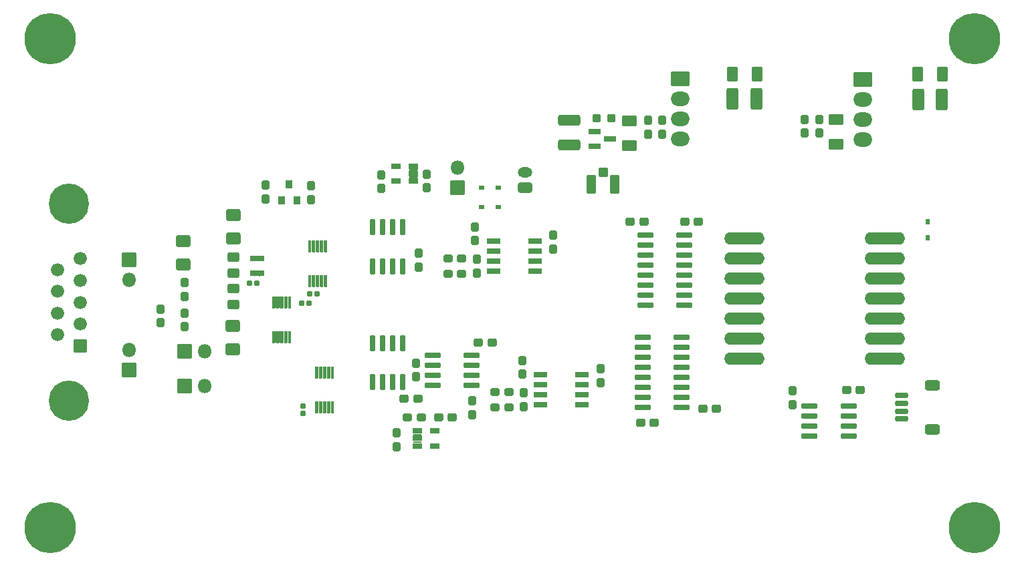
<source format=gbr>
%TF.GenerationSoftware,KiCad,Pcbnew,(6.0.4-0)*%
%TF.CreationDate,2022-07-06T09:33:38-06:00*%
%TF.ProjectId,sq_lockin_v5,73715f6c-6f63-46b6-996e-5f76352e6b69,rev?*%
%TF.SameCoordinates,Original*%
%TF.FileFunction,Soldermask,Top*%
%TF.FilePolarity,Negative*%
%FSLAX46Y46*%
G04 Gerber Fmt 4.6, Leading zero omitted, Abs format (unit mm)*
G04 Created by KiCad (PCBNEW (6.0.4-0)) date 2022-07-06 09:33:38*
%MOMM*%
%LPD*%
G01*
G04 APERTURE LIST*
G04 Aperture macros list*
%AMRoundRect*
0 Rectangle with rounded corners*
0 $1 Rounding radius*
0 $2 $3 $4 $5 $6 $7 $8 $9 X,Y pos of 4 corners*
0 Add a 4 corners polygon primitive as box body*
4,1,4,$2,$3,$4,$5,$6,$7,$8,$9,$2,$3,0*
0 Add four circle primitives for the rounded corners*
1,1,$1+$1,$2,$3*
1,1,$1+$1,$4,$5*
1,1,$1+$1,$6,$7*
1,1,$1+$1,$8,$9*
0 Add four rect primitives between the rounded corners*
20,1,$1+$1,$2,$3,$4,$5,0*
20,1,$1+$1,$4,$5,$6,$7,0*
20,1,$1+$1,$6,$7,$8,$9,0*
20,1,$1+$1,$8,$9,$2,$3,0*%
G04 Aperture macros list end*
%ADD10RoundRect,0.301001X0.624999X-0.462499X0.624999X0.462499X-0.624999X0.462499X-0.624999X-0.462499X0*%
%ADD11RoundRect,0.301000X-0.450000X0.325000X-0.450000X-0.325000X0.450000X-0.325000X0.450000X0.325000X0*%
%ADD12RoundRect,0.288500X-0.237500X0.287500X-0.237500X-0.287500X0.237500X-0.287500X0.237500X0.287500X0*%
%ADD13RoundRect,0.051000X0.850000X-0.850000X0.850000X0.850000X-0.850000X0.850000X-0.850000X-0.850000X0*%
%ADD14O,1.802000X1.802000*%
%ADD15RoundRect,0.288500X0.237500X-0.287500X0.237500X0.287500X-0.237500X0.287500X-0.237500X-0.287500X0*%
%ADD16RoundRect,0.051000X0.530000X0.325000X-0.530000X0.325000X-0.530000X-0.325000X0.530000X-0.325000X0*%
%ADD17RoundRect,0.301000X0.625000X-0.350000X0.625000X0.350000X-0.625000X0.350000X-0.625000X-0.350000X0*%
%ADD18O,1.852000X1.302000*%
%ADD19RoundRect,0.051000X0.850000X0.850000X-0.850000X0.850000X-0.850000X-0.850000X0.850000X-0.850000X0*%
%ADD20C,5.102000*%
%ADD21RoundRect,0.051000X-0.787500X0.787500X-0.787500X-0.787500X0.787500X-0.787500X0.787500X0.787500X0*%
%ADD22C,1.677000*%
%ADD23RoundRect,0.051000X0.400000X-0.450000X0.400000X0.450000X-0.400000X0.450000X-0.400000X-0.450000X0*%
%ADD24RoundRect,0.288500X0.287500X0.237500X-0.287500X0.237500X-0.287500X-0.237500X0.287500X-0.237500X0*%
%ADD25RoundRect,0.288500X0.237500X-0.300000X0.237500X0.300000X-0.237500X0.300000X-0.237500X-0.300000X0*%
%ADD26RoundRect,0.288500X-0.237500X0.300000X-0.237500X-0.300000X0.237500X-0.300000X0.237500X0.300000X0*%
%ADD27RoundRect,0.201000X-0.675000X-0.150000X0.675000X-0.150000X0.675000X0.150000X-0.675000X0.150000X0*%
%ADD28RoundRect,0.051000X-0.850000X-0.850000X0.850000X-0.850000X0.850000X0.850000X-0.850000X0.850000X0*%
%ADD29RoundRect,0.288500X-0.300000X-0.237500X0.300000X-0.237500X0.300000X0.237500X-0.300000X0.237500X0*%
%ADD30RoundRect,0.288500X0.300000X0.237500X-0.300000X0.237500X-0.300000X-0.237500X0.300000X-0.237500X0*%
%ADD31RoundRect,0.201000X-0.825000X-0.150000X0.825000X-0.150000X0.825000X0.150000X-0.825000X0.150000X0*%
%ADD32RoundRect,0.051000X-0.300000X-0.225000X0.300000X-0.225000X0.300000X0.225000X-0.300000X0.225000X0*%
%ADD33RoundRect,0.201000X-0.150000X0.825000X-0.150000X-0.825000X0.150000X-0.825000X0.150000X0.825000X0*%
%ADD34RoundRect,0.051000X-0.530000X-0.325000X0.530000X-0.325000X0.530000X0.325000X-0.530000X0.325000X0*%
%ADD35RoundRect,0.301001X-0.462499X-1.074999X0.462499X-1.074999X0.462499X1.074999X-0.462499X1.074999X0*%
%ADD36RoundRect,0.301000X0.650000X-0.412500X0.650000X0.412500X-0.650000X0.412500X-0.650000X-0.412500X0*%
%ADD37RoundRect,0.051000X-1.125000X0.875000X-1.125000X-0.875000X1.125000X-0.875000X1.125000X0.875000X0*%
%ADD38O,2.352000X1.852000*%
%ADD39C,6.502000*%
%ADD40RoundRect,0.201000X0.625000X-0.150000X0.625000X0.150000X-0.625000X0.150000X-0.625000X-0.150000X0*%
%ADD41RoundRect,0.301000X0.650000X-0.350000X0.650000X0.350000X-0.650000X0.350000X-0.650000X-0.350000X0*%
%ADD42O,5.102000X1.602000*%
%ADD43RoundRect,0.191000X0.170000X-0.140000X0.170000X0.140000X-0.170000X0.140000X-0.170000X-0.140000X0*%
%ADD44RoundRect,0.191000X0.140000X0.170000X-0.140000X0.170000X-0.140000X-0.170000X0.140000X-0.170000X0*%
%ADD45RoundRect,0.051000X-0.500000X0.525000X-0.500000X-0.525000X0.500000X-0.525000X0.500000X0.525000X0*%
%ADD46RoundRect,0.051000X-0.525000X1.100000X-0.525000X-1.100000X0.525000X-1.100000X0.525000X1.100000X0*%
%ADD47RoundRect,0.051000X-0.150000X0.700000X-0.150000X-0.700000X0.150000X-0.700000X0.150000X0.700000X0*%
%ADD48RoundRect,0.051000X-0.200000X0.325000X-0.200000X-0.325000X0.200000X-0.325000X0.200000X0.325000X0*%
%ADD49RoundRect,0.201000X-0.587500X-0.150000X0.587500X-0.150000X0.587500X0.150000X-0.587500X0.150000X0*%
%ADD50RoundRect,0.191000X-0.140000X-0.170000X0.140000X-0.170000X0.140000X0.170000X-0.140000X0.170000X0*%
%ADD51RoundRect,0.201000X0.825000X0.150000X-0.825000X0.150000X-0.825000X-0.150000X0.825000X-0.150000X0*%
%ADD52RoundRect,0.301000X0.412500X0.650000X-0.412500X0.650000X-0.412500X-0.650000X0.412500X-0.650000X0*%
%ADD53RoundRect,0.288500X0.250000X0.237500X-0.250000X0.237500X-0.250000X-0.237500X0.250000X-0.237500X0*%
%ADD54RoundRect,0.301000X-1.100000X0.412500X-1.100000X-0.412500X1.100000X-0.412500X1.100000X0.412500X0*%
%ADD55RoundRect,0.051000X0.150000X-0.700000X0.150000X0.700000X-0.150000X0.700000X-0.150000X-0.700000X0*%
%ADD56RoundRect,0.051000X0.225000X-0.300000X0.225000X0.300000X-0.225000X0.300000X-0.225000X-0.300000X0*%
G04 APERTURE END LIST*
D10*
%TO.C,R1*%
X137200000Y-79300000D03*
X137200000Y-76325000D03*
%TD*%
%TO.C,R5*%
X130900000Y-82600000D03*
X130900000Y-79625000D03*
%TD*%
%TO.C,R4*%
X137100000Y-93400000D03*
X137100000Y-90425000D03*
%TD*%
D11*
%TO.C,R2*%
X137175000Y-81675000D03*
X137175000Y-83725000D03*
%TD*%
D12*
%TO.C,R6*%
X131000000Y-88750000D03*
X131000000Y-90500000D03*
%TD*%
D13*
%TO.C,J6*%
X131000000Y-93600000D03*
D14*
X133540000Y-93600000D03*
%TD*%
D15*
%TO.C,C2*%
X161700000Y-72900000D03*
X161700000Y-71150000D03*
%TD*%
%TO.C,C3*%
X155900000Y-73000000D03*
X155900000Y-71250000D03*
%TD*%
D16*
%TO.C,U2*%
X160000000Y-72050000D03*
X160000000Y-71100000D03*
X160000000Y-70150000D03*
X157800000Y-70150000D03*
X157800000Y-72050000D03*
%TD*%
D17*
%TO.C,J9*%
X174100000Y-72900000D03*
D18*
X174100000Y-70900000D03*
%TD*%
D19*
%TO.C,J10*%
X165600000Y-72900000D03*
D14*
X165600000Y-70360000D03*
%TD*%
D15*
%TO.C,R7*%
X131000000Y-86675000D03*
X131000000Y-84925000D03*
%TD*%
D11*
%TO.C,R3*%
X137200000Y-85650000D03*
X137200000Y-87700000D03*
%TD*%
D13*
%TO.C,J11*%
X131000000Y-98000000D03*
D14*
X133540000Y-98000000D03*
%TD*%
D15*
%TO.C,C4*%
X141300000Y-74300000D03*
X141300000Y-72550000D03*
%TD*%
%TO.C,C6*%
X147000000Y-74400000D03*
X147000000Y-72650000D03*
%TD*%
D20*
%TO.C,J2*%
X116400000Y-74900000D03*
X116400000Y-99900000D03*
D21*
X117820000Y-92920000D03*
D22*
X117820000Y-90160000D03*
X117820000Y-87400000D03*
X117820000Y-84640000D03*
X117820000Y-81880000D03*
X114980000Y-91540000D03*
X114980000Y-88780000D03*
X114980000Y-86020000D03*
X114980000Y-83260000D03*
%TD*%
D12*
%TO.C,R8*%
X128000000Y-88250000D03*
X128000000Y-90000000D03*
%TD*%
D23*
%TO.C,U3*%
X143320000Y-74475000D03*
X145220000Y-74475000D03*
X144270000Y-72475000D03*
%TD*%
D24*
%TO.C,R14*%
X166100000Y-83760000D03*
X164350000Y-83760000D03*
%TD*%
D25*
%TO.C,C19*%
X168000000Y-83697500D03*
X168000000Y-81972500D03*
%TD*%
%TO.C,C20*%
X167800000Y-79597500D03*
X167800000Y-77872500D03*
%TD*%
D26*
%TO.C,C21*%
X177700000Y-78922500D03*
X177700000Y-80647500D03*
%TD*%
D24*
%TO.C,R13*%
X166100000Y-81860000D03*
X164350000Y-81860000D03*
%TD*%
D27*
%TO.C,U15*%
X170125000Y-79675000D03*
X170125000Y-80945000D03*
X170125000Y-82215000D03*
X170125000Y-83485000D03*
X175375000Y-83485000D03*
X175375000Y-82215000D03*
X175375000Y-80945000D03*
X175375000Y-79675000D03*
%TD*%
D25*
%TO.C,C23*%
X173775000Y-96527500D03*
X173775000Y-94802500D03*
%TD*%
%TO.C,C22*%
X173975000Y-100627500D03*
X173975000Y-98902500D03*
%TD*%
D24*
%TO.C,R16*%
X172075000Y-100690000D03*
X170325000Y-100690000D03*
%TD*%
%TO.C,R15*%
X172075000Y-98790000D03*
X170325000Y-98790000D03*
%TD*%
D26*
%TO.C,C24*%
X183675000Y-95852500D03*
X183675000Y-97577500D03*
%TD*%
D27*
%TO.C,U16*%
X176100000Y-96605000D03*
X176100000Y-97875000D03*
X176100000Y-99145000D03*
X176100000Y-100415000D03*
X181350000Y-100415000D03*
X181350000Y-99145000D03*
X181350000Y-97875000D03*
X181350000Y-96605000D03*
%TD*%
D28*
%TO.C,J3*%
X124000000Y-82000000D03*
D14*
X124000000Y-84540000D03*
%TD*%
D19*
%TO.C,J4*%
X124000000Y-96000000D03*
D14*
X124000000Y-93460000D03*
%TD*%
D29*
%TO.C,C16*%
X158837500Y-99660000D03*
X160562500Y-99660000D03*
%TD*%
D30*
%TO.C,C17*%
X169962500Y-92500000D03*
X168237500Y-92500000D03*
%TD*%
D12*
%TO.C,R9*%
X160300000Y-95125000D03*
X160300000Y-96875000D03*
%TD*%
D15*
%TO.C,R10*%
X167400000Y-101635000D03*
X167400000Y-99885000D03*
%TD*%
D24*
%TO.C,R11*%
X160975000Y-101960000D03*
X159225000Y-101960000D03*
%TD*%
D12*
%TO.C,R12*%
X157900000Y-103985000D03*
X157900000Y-105735000D03*
%TD*%
D31*
%TO.C,U13*%
X162425000Y-94155000D03*
X162425000Y-95425000D03*
X162425000Y-96695000D03*
X162425000Y-97965000D03*
X167375000Y-97965000D03*
X167375000Y-96695000D03*
X167375000Y-95425000D03*
X167375000Y-94155000D03*
%TD*%
D29*
%TO.C,C18*%
X163162500Y-101960000D03*
X164887500Y-101960000D03*
%TD*%
D32*
%TO.C,D1*%
X168650000Y-75300000D03*
X170750000Y-75300000D03*
%TD*%
%TO.C,D2*%
X168650000Y-72900000D03*
X170750000Y-72900000D03*
%TD*%
D33*
%TO.C,U11*%
X158605000Y-77885000D03*
X157335000Y-77885000D03*
X156065000Y-77885000D03*
X154795000Y-77885000D03*
X154795000Y-82835000D03*
X156065000Y-82835000D03*
X157335000Y-82835000D03*
X158605000Y-82835000D03*
%TD*%
D25*
%TO.C,C15*%
X160700000Y-82922500D03*
X160700000Y-81197500D03*
%TD*%
D33*
%TO.C,U12*%
X158605000Y-92585000D03*
X157335000Y-92585000D03*
X156065000Y-92585000D03*
X154795000Y-92585000D03*
X154795000Y-97535000D03*
X156065000Y-97535000D03*
X157335000Y-97535000D03*
X158605000Y-97535000D03*
%TD*%
D34*
%TO.C,U14*%
X160500000Y-103710000D03*
X160500000Y-104660000D03*
X160500000Y-105610000D03*
X162700000Y-105610000D03*
X162700000Y-103710000D03*
%TD*%
D35*
%TO.C,L1*%
X200412500Y-61600000D03*
X203387500Y-61600000D03*
%TD*%
D36*
%TO.C,C28*%
X213500000Y-67362500D03*
X213500000Y-64237500D03*
%TD*%
D37*
%TO.C,PS2*%
X216900000Y-59160000D03*
D38*
X216900000Y-61700000D03*
X216900000Y-64240000D03*
X216900000Y-66780000D03*
%TD*%
D39*
%TO.C,H2*%
X114000000Y-54000000D03*
%TD*%
D40*
%TO.C,J12*%
X221800000Y-102200000D03*
X221800000Y-101200000D03*
X221800000Y-100200000D03*
X221800000Y-99200000D03*
D41*
X225675000Y-97900000D03*
X225675000Y-103500000D03*
%TD*%
D42*
%TO.C,U5*%
X201910000Y-79280000D03*
X201910000Y-81820000D03*
X201910000Y-84360000D03*
X201910000Y-86900000D03*
X201910000Y-89440000D03*
X201910000Y-91980000D03*
X201910000Y-94520000D03*
X219690000Y-94520000D03*
X219690000Y-91980000D03*
X219690000Y-89440000D03*
X219690000Y-86900000D03*
X219690000Y-84360000D03*
X219690000Y-81820000D03*
X219690000Y-79280000D03*
%TD*%
D43*
%TO.C,C14*%
X146000000Y-101480000D03*
X146000000Y-100520000D03*
%TD*%
D29*
%TO.C,C10*%
X187437500Y-77200000D03*
X189162500Y-77200000D03*
%TD*%
D44*
%TO.C,C1*%
X140180000Y-85000000D03*
X139220000Y-85000000D03*
%TD*%
D29*
%TO.C,C11*%
X194337500Y-77200000D03*
X196062500Y-77200000D03*
%TD*%
D45*
%TO.C,J13*%
X184000000Y-70950000D03*
D46*
X182525000Y-72475000D03*
X185475000Y-72475000D03*
%TD*%
D47*
%TO.C,U8*%
X144300000Y-87400000D03*
X143800000Y-87400000D03*
X143300000Y-87400000D03*
X142800000Y-87400000D03*
X142300000Y-87400000D03*
X142300000Y-91800000D03*
X142800000Y-91800000D03*
X143300000Y-91800000D03*
X143800000Y-91800000D03*
X144300000Y-91800000D03*
%TD*%
D48*
%TO.C,U1*%
X140850000Y-81850000D03*
X140200000Y-81850000D03*
X139550000Y-81850000D03*
X139550000Y-83750000D03*
X140200000Y-83750000D03*
X140850000Y-83750000D03*
%TD*%
D31*
%TO.C,U6*%
X210125000Y-100565000D03*
X210125000Y-101835000D03*
X210125000Y-103105000D03*
X210125000Y-104375000D03*
X215075000Y-104375000D03*
X215075000Y-103105000D03*
X215075000Y-101835000D03*
X215075000Y-100565000D03*
%TD*%
D37*
%TO.C,PS1*%
X193757500Y-59092500D03*
D38*
X193757500Y-61632500D03*
X193757500Y-64172500D03*
X193757500Y-66712500D03*
%TD*%
D29*
%TO.C,C5*%
X188737500Y-102700000D03*
X190462500Y-102700000D03*
%TD*%
D49*
%TO.C,Q1*%
X182965000Y-65757500D03*
X182965000Y-67657500D03*
X184840000Y-66707500D03*
%TD*%
D50*
%TO.C,C12*%
X145820000Y-87500000D03*
X146780000Y-87500000D03*
%TD*%
D51*
%TO.C,U4*%
X193975000Y-100745000D03*
X193975000Y-99475000D03*
X193975000Y-98205000D03*
X193975000Y-96935000D03*
X193975000Y-95665000D03*
X193975000Y-94395000D03*
X193975000Y-93125000D03*
X193975000Y-91855000D03*
X189025000Y-91855000D03*
X189025000Y-93125000D03*
X189025000Y-94395000D03*
X189025000Y-95665000D03*
X189025000Y-96935000D03*
X189025000Y-98205000D03*
X189025000Y-99475000D03*
X189025000Y-100745000D03*
%TD*%
D29*
%TO.C,C7*%
X196637500Y-100900000D03*
X198362500Y-100900000D03*
%TD*%
D39*
%TO.C,H4*%
X114000000Y-116000000D03*
%TD*%
D50*
%TO.C,C13*%
X146820000Y-86300000D03*
X147780000Y-86300000D03*
%TD*%
D26*
%TO.C,C32*%
X209500000Y-64237500D03*
X209500000Y-65962500D03*
%TD*%
D52*
%TO.C,C25*%
X203462500Y-58500000D03*
X200337500Y-58500000D03*
%TD*%
D53*
%TO.C,R17*%
X185015000Y-64107500D03*
X183190000Y-64107500D03*
%TD*%
D54*
%TO.C,C33*%
X179702500Y-64345000D03*
X179702500Y-67470000D03*
%TD*%
D26*
%TO.C,C29*%
X189702500Y-64345000D03*
X189702500Y-66070000D03*
%TD*%
D55*
%TO.C,U9*%
X146900000Y-84700000D03*
X147400000Y-84700000D03*
X147900000Y-84700000D03*
X148400000Y-84700000D03*
X148900000Y-84700000D03*
X148900000Y-80300000D03*
X148400000Y-80300000D03*
X147900000Y-80300000D03*
X147400000Y-80300000D03*
X146900000Y-80300000D03*
%TD*%
D25*
%TO.C,C8*%
X208000000Y-100362500D03*
X208000000Y-98637500D03*
%TD*%
D39*
%TO.C,H1*%
X231000000Y-116000000D03*
%TD*%
D26*
%TO.C,C31*%
X191502500Y-64345000D03*
X191502500Y-66070000D03*
%TD*%
D52*
%TO.C,C26*%
X226962500Y-58500000D03*
X223837500Y-58500000D03*
%TD*%
D56*
%TO.C,D3*%
X225100000Y-79250000D03*
X225100000Y-77150000D03*
%TD*%
D55*
%TO.C,U10*%
X147700000Y-100700000D03*
X148200000Y-100700000D03*
X148700000Y-100700000D03*
X149200000Y-100700000D03*
X149700000Y-100700000D03*
X149700000Y-96300000D03*
X149200000Y-96300000D03*
X148700000Y-96300000D03*
X148200000Y-96300000D03*
X147700000Y-96300000D03*
%TD*%
D35*
%TO.C,L2*%
X223912500Y-61700000D03*
X226887500Y-61700000D03*
%TD*%
D36*
%TO.C,C27*%
X187352500Y-67570000D03*
X187352500Y-64445000D03*
%TD*%
D31*
%TO.C,U7*%
X189325000Y-78915000D03*
X189325000Y-80185000D03*
X189325000Y-81455000D03*
X189325000Y-82725000D03*
X189325000Y-83995000D03*
X189325000Y-85265000D03*
X189325000Y-86535000D03*
X189325000Y-87805000D03*
X194275000Y-87805000D03*
X194275000Y-86535000D03*
X194275000Y-85265000D03*
X194275000Y-83995000D03*
X194275000Y-82725000D03*
X194275000Y-81455000D03*
X194275000Y-80185000D03*
X194275000Y-78915000D03*
%TD*%
D26*
%TO.C,C30*%
X211400000Y-64237500D03*
X211400000Y-65962500D03*
%TD*%
D29*
%TO.C,C9*%
X214837500Y-98500000D03*
X216562500Y-98500000D03*
%TD*%
D39*
%TO.C,H3*%
X231000000Y-54000000D03*
%TD*%
G36*
X161046668Y-105031665D02*
G01*
X161047058Y-105033627D01*
X161046699Y-105034267D01*
X161003511Y-105085946D01*
X160994880Y-105154661D01*
X161024844Y-105217291D01*
X161045682Y-105235348D01*
X161046336Y-105237238D01*
X161045026Y-105238749D01*
X161043982Y-105238821D01*
X161029801Y-105236000D01*
X159970199Y-105236000D01*
X159955226Y-105238978D01*
X159953332Y-105238335D01*
X159952942Y-105236373D01*
X159953301Y-105235733D01*
X159996489Y-105184054D01*
X160005120Y-105115339D01*
X159975156Y-105052709D01*
X159954318Y-105034652D01*
X159953664Y-105032762D01*
X159954974Y-105031251D01*
X159956018Y-105031179D01*
X159970199Y-105034000D01*
X161029801Y-105034000D01*
X161044774Y-105031022D01*
X161046668Y-105031665D01*
G37*
G36*
X161046668Y-104081665D02*
G01*
X161047058Y-104083627D01*
X161046699Y-104084267D01*
X161003511Y-104135946D01*
X160994880Y-104204661D01*
X161024844Y-104267291D01*
X161045682Y-104285348D01*
X161046336Y-104287238D01*
X161045026Y-104288749D01*
X161043982Y-104288821D01*
X161029801Y-104286000D01*
X159970199Y-104286000D01*
X159955226Y-104288978D01*
X159953332Y-104288335D01*
X159952942Y-104286373D01*
X159953301Y-104285733D01*
X159996489Y-104234054D01*
X160005120Y-104165339D01*
X159975156Y-104102709D01*
X159954318Y-104084652D01*
X159953664Y-104082762D01*
X159954974Y-104081251D01*
X159956018Y-104081179D01*
X159970199Y-104084000D01*
X161029801Y-104084000D01*
X161044774Y-104081022D01*
X161046668Y-104081665D01*
G37*
G36*
X149514633Y-99963517D02*
G01*
X149515197Y-99965436D01*
X149514916Y-99966075D01*
X149504767Y-99981263D01*
X149501000Y-100000199D01*
X149501000Y-101399801D01*
X149504767Y-101418738D01*
X149514814Y-101433773D01*
X149514945Y-101435768D01*
X149513282Y-101436880D01*
X149512553Y-101436793D01*
X149452212Y-101417898D01*
X149387310Y-101436955D01*
X149385367Y-101436483D01*
X149384803Y-101434564D01*
X149385084Y-101433925D01*
X149395233Y-101418737D01*
X149399000Y-101399801D01*
X149399000Y-100000199D01*
X149395233Y-99981262D01*
X149385186Y-99966227D01*
X149385055Y-99964232D01*
X149386718Y-99963120D01*
X149387447Y-99963207D01*
X149447788Y-99982102D01*
X149512690Y-99963045D01*
X149514633Y-99963517D01*
G37*
G36*
X149014633Y-99963517D02*
G01*
X149015197Y-99965436D01*
X149014916Y-99966075D01*
X149004767Y-99981263D01*
X149001000Y-100000199D01*
X149001000Y-101399801D01*
X149004767Y-101418738D01*
X149014814Y-101433773D01*
X149014945Y-101435768D01*
X149013282Y-101436880D01*
X149012553Y-101436793D01*
X148952212Y-101417898D01*
X148887310Y-101436955D01*
X148885367Y-101436483D01*
X148884803Y-101434564D01*
X148885084Y-101433925D01*
X148895233Y-101418737D01*
X148899000Y-101399801D01*
X148899000Y-100000199D01*
X148895233Y-99981262D01*
X148885186Y-99966227D01*
X148885055Y-99964232D01*
X148886718Y-99963120D01*
X148887447Y-99963207D01*
X148947788Y-99982102D01*
X149012690Y-99963045D01*
X149014633Y-99963517D01*
G37*
G36*
X148514633Y-99963517D02*
G01*
X148515197Y-99965436D01*
X148514916Y-99966075D01*
X148504767Y-99981263D01*
X148501000Y-100000199D01*
X148501000Y-101399801D01*
X148504767Y-101418738D01*
X148514814Y-101433773D01*
X148514945Y-101435768D01*
X148513282Y-101436880D01*
X148512553Y-101436793D01*
X148452212Y-101417898D01*
X148387310Y-101436955D01*
X148385367Y-101436483D01*
X148384803Y-101434564D01*
X148385084Y-101433925D01*
X148395233Y-101418737D01*
X148399000Y-101399801D01*
X148399000Y-100000199D01*
X148395233Y-99981262D01*
X148385186Y-99966227D01*
X148385055Y-99964232D01*
X148386718Y-99963120D01*
X148387447Y-99963207D01*
X148447788Y-99982102D01*
X148512690Y-99963045D01*
X148514633Y-99963517D01*
G37*
G36*
X148014633Y-99963517D02*
G01*
X148015197Y-99965436D01*
X148014916Y-99966075D01*
X148004767Y-99981263D01*
X148001000Y-100000199D01*
X148001000Y-101399801D01*
X148004767Y-101418738D01*
X148014814Y-101433773D01*
X148014945Y-101435768D01*
X148013282Y-101436880D01*
X148012553Y-101436793D01*
X147952212Y-101417898D01*
X147887310Y-101436955D01*
X147885367Y-101436483D01*
X147884803Y-101434564D01*
X147885084Y-101433925D01*
X147895233Y-101418737D01*
X147899000Y-101399801D01*
X147899000Y-100000199D01*
X147895233Y-99981262D01*
X147885186Y-99966227D01*
X147885055Y-99964232D01*
X147886718Y-99963120D01*
X147887447Y-99963207D01*
X147947788Y-99982102D01*
X148012690Y-99963045D01*
X148014633Y-99963517D01*
G37*
G36*
X148014633Y-95563517D02*
G01*
X148015197Y-95565436D01*
X148014916Y-95566075D01*
X148004767Y-95581263D01*
X148001000Y-95600199D01*
X148001000Y-96999801D01*
X148004767Y-97018738D01*
X148014814Y-97033773D01*
X148014945Y-97035768D01*
X148013282Y-97036880D01*
X148012553Y-97036793D01*
X147952212Y-97017898D01*
X147887310Y-97036955D01*
X147885367Y-97036483D01*
X147884803Y-97034564D01*
X147885084Y-97033925D01*
X147895233Y-97018737D01*
X147899000Y-96999801D01*
X147899000Y-95600199D01*
X147895233Y-95581262D01*
X147885186Y-95566227D01*
X147885055Y-95564232D01*
X147886718Y-95563120D01*
X147887447Y-95563207D01*
X147947788Y-95582102D01*
X148012690Y-95563045D01*
X148014633Y-95563517D01*
G37*
G36*
X149514633Y-95563517D02*
G01*
X149515197Y-95565436D01*
X149514916Y-95566075D01*
X149504767Y-95581263D01*
X149501000Y-95600199D01*
X149501000Y-96999801D01*
X149504767Y-97018738D01*
X149514814Y-97033773D01*
X149514945Y-97035768D01*
X149513282Y-97036880D01*
X149512553Y-97036793D01*
X149452212Y-97017898D01*
X149387310Y-97036955D01*
X149385367Y-97036483D01*
X149384803Y-97034564D01*
X149385084Y-97033925D01*
X149395233Y-97018737D01*
X149399000Y-96999801D01*
X149399000Y-95600199D01*
X149395233Y-95581262D01*
X149385186Y-95566227D01*
X149385055Y-95564232D01*
X149386718Y-95563120D01*
X149387447Y-95563207D01*
X149447788Y-95582102D01*
X149512690Y-95563045D01*
X149514633Y-95563517D01*
G37*
G36*
X149014633Y-95563517D02*
G01*
X149015197Y-95565436D01*
X149014916Y-95566075D01*
X149004767Y-95581263D01*
X149001000Y-95600199D01*
X149001000Y-96999801D01*
X149004767Y-97018738D01*
X149014814Y-97033773D01*
X149014945Y-97035768D01*
X149013282Y-97036880D01*
X149012553Y-97036793D01*
X148952212Y-97017898D01*
X148887310Y-97036955D01*
X148885367Y-97036483D01*
X148884803Y-97034564D01*
X148885084Y-97033925D01*
X148895233Y-97018737D01*
X148899000Y-96999801D01*
X148899000Y-95600199D01*
X148895233Y-95581262D01*
X148885186Y-95566227D01*
X148885055Y-95564232D01*
X148886718Y-95563120D01*
X148887447Y-95563207D01*
X148947788Y-95582102D01*
X149012690Y-95563045D01*
X149014633Y-95563517D01*
G37*
G36*
X148514633Y-95563517D02*
G01*
X148515197Y-95565436D01*
X148514916Y-95566075D01*
X148504767Y-95581263D01*
X148501000Y-95600199D01*
X148501000Y-96999801D01*
X148504767Y-97018738D01*
X148514814Y-97033773D01*
X148514945Y-97035768D01*
X148513282Y-97036880D01*
X148512553Y-97036793D01*
X148452212Y-97017898D01*
X148387310Y-97036955D01*
X148385367Y-97036483D01*
X148384803Y-97034564D01*
X148385084Y-97033925D01*
X148395233Y-97018737D01*
X148399000Y-96999801D01*
X148399000Y-95600199D01*
X148395233Y-95581262D01*
X148385186Y-95566227D01*
X148385055Y-95564232D01*
X148386718Y-95563120D01*
X148387447Y-95563207D01*
X148447788Y-95582102D01*
X148512690Y-95563045D01*
X148514633Y-95563517D01*
G37*
G36*
X143114633Y-91063517D02*
G01*
X143115197Y-91065436D01*
X143114916Y-91066075D01*
X143104767Y-91081263D01*
X143101000Y-91100199D01*
X143101000Y-92499801D01*
X143104767Y-92518738D01*
X143114814Y-92533773D01*
X143114945Y-92535768D01*
X143113282Y-92536880D01*
X143112553Y-92536793D01*
X143052212Y-92517898D01*
X142987310Y-92536955D01*
X142985367Y-92536483D01*
X142984803Y-92534564D01*
X142985084Y-92533925D01*
X142995233Y-92518737D01*
X142999000Y-92499801D01*
X142999000Y-91100199D01*
X142995233Y-91081262D01*
X142985186Y-91066227D01*
X142985055Y-91064232D01*
X142986718Y-91063120D01*
X142987447Y-91063207D01*
X143047788Y-91082102D01*
X143112690Y-91063045D01*
X143114633Y-91063517D01*
G37*
G36*
X144114633Y-91063517D02*
G01*
X144115197Y-91065436D01*
X144114916Y-91066075D01*
X144104767Y-91081263D01*
X144101000Y-91100199D01*
X144101000Y-92499801D01*
X144104767Y-92518738D01*
X144114814Y-92533773D01*
X144114945Y-92535768D01*
X144113282Y-92536880D01*
X144112553Y-92536793D01*
X144052212Y-92517898D01*
X143987310Y-92536955D01*
X143985367Y-92536483D01*
X143984803Y-92534564D01*
X143985084Y-92533925D01*
X143995233Y-92518737D01*
X143999000Y-92499801D01*
X143999000Y-91100199D01*
X143995233Y-91081262D01*
X143985186Y-91066227D01*
X143985055Y-91064232D01*
X143986718Y-91063120D01*
X143987447Y-91063207D01*
X144047788Y-91082102D01*
X144112690Y-91063045D01*
X144114633Y-91063517D01*
G37*
G36*
X143614633Y-91063517D02*
G01*
X143615197Y-91065436D01*
X143614916Y-91066075D01*
X143604767Y-91081263D01*
X143601000Y-91100199D01*
X143601000Y-92499801D01*
X143604767Y-92518738D01*
X143614814Y-92533773D01*
X143614945Y-92535768D01*
X143613282Y-92536880D01*
X143612553Y-92536793D01*
X143552212Y-92517898D01*
X143487310Y-92536955D01*
X143485367Y-92536483D01*
X143484803Y-92534564D01*
X143485084Y-92533925D01*
X143495233Y-92518737D01*
X143499000Y-92499801D01*
X143499000Y-91100199D01*
X143495233Y-91081262D01*
X143485186Y-91066227D01*
X143485055Y-91064232D01*
X143486718Y-91063120D01*
X143487447Y-91063207D01*
X143547788Y-91082102D01*
X143612690Y-91063045D01*
X143614633Y-91063517D01*
G37*
G36*
X142614633Y-91063517D02*
G01*
X142615197Y-91065436D01*
X142614916Y-91066075D01*
X142604767Y-91081263D01*
X142601000Y-91100199D01*
X142601000Y-92499801D01*
X142604767Y-92518738D01*
X142614814Y-92533773D01*
X142614945Y-92535768D01*
X142613282Y-92536880D01*
X142612553Y-92536793D01*
X142552212Y-92517898D01*
X142487310Y-92536955D01*
X142485367Y-92536483D01*
X142484803Y-92534564D01*
X142485084Y-92533925D01*
X142495233Y-92518737D01*
X142499000Y-92499801D01*
X142499000Y-91100199D01*
X142495233Y-91081262D01*
X142485186Y-91066227D01*
X142485055Y-91064232D01*
X142486718Y-91063120D01*
X142487447Y-91063207D01*
X142547788Y-91082102D01*
X142612690Y-91063045D01*
X142614633Y-91063517D01*
G37*
G36*
X142614633Y-86663517D02*
G01*
X142615197Y-86665436D01*
X142614916Y-86666075D01*
X142604767Y-86681263D01*
X142601000Y-86700199D01*
X142601000Y-88099801D01*
X142604767Y-88118738D01*
X142614814Y-88133773D01*
X142614945Y-88135768D01*
X142613282Y-88136880D01*
X142612553Y-88136793D01*
X142552212Y-88117898D01*
X142487310Y-88136955D01*
X142485367Y-88136483D01*
X142484803Y-88134564D01*
X142485084Y-88133925D01*
X142495233Y-88118737D01*
X142499000Y-88099801D01*
X142499000Y-86700199D01*
X142495233Y-86681262D01*
X142485186Y-86666227D01*
X142485055Y-86664232D01*
X142486718Y-86663120D01*
X142487447Y-86663207D01*
X142547788Y-86682102D01*
X142612690Y-86663045D01*
X142614633Y-86663517D01*
G37*
G36*
X144114633Y-86663517D02*
G01*
X144115197Y-86665436D01*
X144114916Y-86666075D01*
X144104767Y-86681263D01*
X144101000Y-86700199D01*
X144101000Y-88099801D01*
X144104767Y-88118738D01*
X144114814Y-88133773D01*
X144114945Y-88135768D01*
X144113282Y-88136880D01*
X144112553Y-88136793D01*
X144052212Y-88117898D01*
X143987310Y-88136955D01*
X143985367Y-88136483D01*
X143984803Y-88134564D01*
X143985084Y-88133925D01*
X143995233Y-88118737D01*
X143999000Y-88099801D01*
X143999000Y-86700199D01*
X143995233Y-86681262D01*
X143985186Y-86666227D01*
X143985055Y-86664232D01*
X143986718Y-86663120D01*
X143987447Y-86663207D01*
X144047788Y-86682102D01*
X144112690Y-86663045D01*
X144114633Y-86663517D01*
G37*
G36*
X143114633Y-86663517D02*
G01*
X143115197Y-86665436D01*
X143114916Y-86666075D01*
X143104767Y-86681263D01*
X143101000Y-86700199D01*
X143101000Y-88099801D01*
X143104767Y-88118738D01*
X143114814Y-88133773D01*
X143114945Y-88135768D01*
X143113282Y-88136880D01*
X143112553Y-88136793D01*
X143052212Y-88117898D01*
X142987310Y-88136955D01*
X142985367Y-88136483D01*
X142984803Y-88134564D01*
X142985084Y-88133925D01*
X142995233Y-88118737D01*
X142999000Y-88099801D01*
X142999000Y-86700199D01*
X142995233Y-86681262D01*
X142985186Y-86666227D01*
X142985055Y-86664232D01*
X142986718Y-86663120D01*
X142987447Y-86663207D01*
X143047788Y-86682102D01*
X143112690Y-86663045D01*
X143114633Y-86663517D01*
G37*
G36*
X143614633Y-86663517D02*
G01*
X143615197Y-86665436D01*
X143614916Y-86666075D01*
X143604767Y-86681263D01*
X143601000Y-86700199D01*
X143601000Y-88099801D01*
X143604767Y-88118738D01*
X143614814Y-88133773D01*
X143614945Y-88135768D01*
X143613282Y-88136880D01*
X143612553Y-88136793D01*
X143552212Y-88117898D01*
X143487310Y-88136955D01*
X143485367Y-88136483D01*
X143484803Y-88134564D01*
X143485084Y-88133925D01*
X143495233Y-88118737D01*
X143499000Y-88099801D01*
X143499000Y-86700199D01*
X143495233Y-86681262D01*
X143485186Y-86666227D01*
X143485055Y-86664232D01*
X143486718Y-86663120D01*
X143487447Y-86663207D01*
X143547788Y-86682102D01*
X143612690Y-86663045D01*
X143614633Y-86663517D01*
G37*
G36*
X147214633Y-83963517D02*
G01*
X147215197Y-83965436D01*
X147214916Y-83966075D01*
X147204767Y-83981263D01*
X147201000Y-84000199D01*
X147201000Y-85399801D01*
X147204767Y-85418738D01*
X147214814Y-85433773D01*
X147214945Y-85435768D01*
X147213282Y-85436880D01*
X147212553Y-85436793D01*
X147152212Y-85417898D01*
X147087310Y-85436955D01*
X147085367Y-85436483D01*
X147084803Y-85434564D01*
X147085084Y-85433925D01*
X147095233Y-85418737D01*
X147099000Y-85399801D01*
X147099000Y-84000199D01*
X147095233Y-83981262D01*
X147085186Y-83966227D01*
X147085055Y-83964232D01*
X147086718Y-83963120D01*
X147087447Y-83963207D01*
X147147788Y-83982102D01*
X147212690Y-83963045D01*
X147214633Y-83963517D01*
G37*
G36*
X148214633Y-83963517D02*
G01*
X148215197Y-83965436D01*
X148214916Y-83966075D01*
X148204767Y-83981263D01*
X148201000Y-84000199D01*
X148201000Y-85399801D01*
X148204767Y-85418738D01*
X148214814Y-85433773D01*
X148214945Y-85435768D01*
X148213282Y-85436880D01*
X148212553Y-85436793D01*
X148152212Y-85417898D01*
X148087310Y-85436955D01*
X148085367Y-85436483D01*
X148084803Y-85434564D01*
X148085084Y-85433925D01*
X148095233Y-85418737D01*
X148099000Y-85399801D01*
X148099000Y-84000199D01*
X148095233Y-83981262D01*
X148085186Y-83966227D01*
X148085055Y-83964232D01*
X148086718Y-83963120D01*
X148087447Y-83963207D01*
X148147788Y-83982102D01*
X148212690Y-83963045D01*
X148214633Y-83963517D01*
G37*
G36*
X148714633Y-83963517D02*
G01*
X148715197Y-83965436D01*
X148714916Y-83966075D01*
X148704767Y-83981263D01*
X148701000Y-84000199D01*
X148701000Y-85399801D01*
X148704767Y-85418738D01*
X148714814Y-85433773D01*
X148714945Y-85435768D01*
X148713282Y-85436880D01*
X148712553Y-85436793D01*
X148652212Y-85417898D01*
X148587310Y-85436955D01*
X148585367Y-85436483D01*
X148584803Y-85434564D01*
X148585084Y-85433925D01*
X148595233Y-85418737D01*
X148599000Y-85399801D01*
X148599000Y-84000199D01*
X148595233Y-83981262D01*
X148585186Y-83966227D01*
X148585055Y-83964232D01*
X148586718Y-83963120D01*
X148587447Y-83963207D01*
X148647788Y-83982102D01*
X148712690Y-83963045D01*
X148714633Y-83963517D01*
G37*
G36*
X147714633Y-83963517D02*
G01*
X147715197Y-83965436D01*
X147714916Y-83966075D01*
X147704767Y-83981263D01*
X147701000Y-84000199D01*
X147701000Y-85399801D01*
X147704767Y-85418738D01*
X147714814Y-85433773D01*
X147714945Y-85435768D01*
X147713282Y-85436880D01*
X147712553Y-85436793D01*
X147652212Y-85417898D01*
X147587310Y-85436955D01*
X147585367Y-85436483D01*
X147584803Y-85434564D01*
X147585084Y-85433925D01*
X147595233Y-85418737D01*
X147599000Y-85399801D01*
X147599000Y-84000199D01*
X147595233Y-83981262D01*
X147585186Y-83966227D01*
X147585055Y-83964232D01*
X147586718Y-83963120D01*
X147587447Y-83963207D01*
X147647788Y-83982102D01*
X147712690Y-83963045D01*
X147714633Y-83963517D01*
G37*
G36*
X139790660Y-83392493D02*
G01*
X139804452Y-83401709D01*
X139805615Y-83399969D01*
X139807409Y-83399084D01*
X139808560Y-83399545D01*
X139825952Y-83414078D01*
X139894670Y-83422704D01*
X139942288Y-83399918D01*
X139944282Y-83400072D01*
X139944814Y-83400611D01*
X139945548Y-83401709D01*
X139959340Y-83392493D01*
X139961336Y-83392362D01*
X139962447Y-83394025D01*
X139962114Y-83395267D01*
X139954767Y-83406262D01*
X139951000Y-83425199D01*
X139951000Y-84074801D01*
X139954767Y-84093738D01*
X139962114Y-84104733D01*
X139962245Y-84106729D01*
X139960582Y-84107840D01*
X139959340Y-84107507D01*
X139945548Y-84098291D01*
X139944385Y-84100031D01*
X139942591Y-84100916D01*
X139941440Y-84100455D01*
X139924048Y-84085922D01*
X139855330Y-84077296D01*
X139807712Y-84100082D01*
X139805718Y-84099928D01*
X139805186Y-84099389D01*
X139804452Y-84098291D01*
X139790660Y-84107507D01*
X139788664Y-84107638D01*
X139787553Y-84105975D01*
X139787886Y-84104733D01*
X139795233Y-84093738D01*
X139799000Y-84074801D01*
X139799000Y-83425199D01*
X139795233Y-83406262D01*
X139787886Y-83395267D01*
X139787755Y-83393271D01*
X139789418Y-83392160D01*
X139790660Y-83392493D01*
G37*
G36*
X140440660Y-83392493D02*
G01*
X140454452Y-83401709D01*
X140455615Y-83399969D01*
X140457409Y-83399084D01*
X140458560Y-83399545D01*
X140475952Y-83414078D01*
X140544670Y-83422704D01*
X140592288Y-83399918D01*
X140594282Y-83400072D01*
X140594814Y-83400611D01*
X140595548Y-83401709D01*
X140609340Y-83392493D01*
X140611336Y-83392362D01*
X140612447Y-83394025D01*
X140612114Y-83395267D01*
X140604767Y-83406262D01*
X140601000Y-83425199D01*
X140601000Y-84074801D01*
X140604767Y-84093738D01*
X140612114Y-84104733D01*
X140612245Y-84106729D01*
X140610582Y-84107840D01*
X140609340Y-84107507D01*
X140595548Y-84098291D01*
X140594385Y-84100031D01*
X140592591Y-84100916D01*
X140591440Y-84100455D01*
X140574048Y-84085922D01*
X140505330Y-84077296D01*
X140457712Y-84100082D01*
X140455718Y-84099928D01*
X140455186Y-84099389D01*
X140454452Y-84098291D01*
X140440660Y-84107507D01*
X140438664Y-84107638D01*
X140437553Y-84105975D01*
X140437886Y-84104733D01*
X140445233Y-84093738D01*
X140449000Y-84074801D01*
X140449000Y-83425199D01*
X140445233Y-83406262D01*
X140437886Y-83395267D01*
X140437755Y-83393271D01*
X140439418Y-83392160D01*
X140440660Y-83392493D01*
G37*
G36*
X139790660Y-81492493D02*
G01*
X139804452Y-81501709D01*
X139805615Y-81499969D01*
X139807409Y-81499084D01*
X139808560Y-81499545D01*
X139825952Y-81514078D01*
X139894670Y-81522704D01*
X139942288Y-81499918D01*
X139944282Y-81500072D01*
X139944814Y-81500611D01*
X139945548Y-81501709D01*
X139959340Y-81492493D01*
X139961336Y-81492362D01*
X139962447Y-81494025D01*
X139962114Y-81495267D01*
X139954767Y-81506262D01*
X139951000Y-81525199D01*
X139951000Y-82174801D01*
X139954767Y-82193738D01*
X139962114Y-82204733D01*
X139962245Y-82206729D01*
X139960582Y-82207840D01*
X139959340Y-82207507D01*
X139945548Y-82198291D01*
X139944385Y-82200031D01*
X139942591Y-82200916D01*
X139941440Y-82200455D01*
X139924048Y-82185922D01*
X139855330Y-82177296D01*
X139807712Y-82200082D01*
X139805718Y-82199928D01*
X139805186Y-82199389D01*
X139804452Y-82198291D01*
X139790660Y-82207507D01*
X139788664Y-82207638D01*
X139787553Y-82205975D01*
X139787886Y-82204733D01*
X139795233Y-82193738D01*
X139799000Y-82174801D01*
X139799000Y-81525199D01*
X139795233Y-81506262D01*
X139787886Y-81495267D01*
X139787755Y-81493271D01*
X139789418Y-81492160D01*
X139790660Y-81492493D01*
G37*
G36*
X140440660Y-81492493D02*
G01*
X140454452Y-81501709D01*
X140455615Y-81499969D01*
X140457409Y-81499084D01*
X140458560Y-81499545D01*
X140475952Y-81514078D01*
X140544670Y-81522704D01*
X140592288Y-81499918D01*
X140594282Y-81500072D01*
X140594814Y-81500611D01*
X140595548Y-81501709D01*
X140609340Y-81492493D01*
X140611336Y-81492362D01*
X140612447Y-81494025D01*
X140612114Y-81495267D01*
X140604767Y-81506262D01*
X140601000Y-81525199D01*
X140601000Y-82174801D01*
X140604767Y-82193738D01*
X140612114Y-82204733D01*
X140612245Y-82206729D01*
X140610582Y-82207840D01*
X140609340Y-82207507D01*
X140595548Y-82198291D01*
X140594385Y-82200031D01*
X140592591Y-82200916D01*
X140591440Y-82200455D01*
X140574048Y-82185922D01*
X140505330Y-82177296D01*
X140457712Y-82200082D01*
X140455718Y-82199928D01*
X140455186Y-82199389D01*
X140454452Y-82198291D01*
X140440660Y-82207507D01*
X140438664Y-82207638D01*
X140437553Y-82205975D01*
X140437886Y-82204733D01*
X140445233Y-82193738D01*
X140449000Y-82174801D01*
X140449000Y-81525199D01*
X140445233Y-81506262D01*
X140437886Y-81495267D01*
X140437755Y-81493271D01*
X140439418Y-81492160D01*
X140440660Y-81492493D01*
G37*
G36*
X148214633Y-79563517D02*
G01*
X148215197Y-79565436D01*
X148214916Y-79566075D01*
X148204767Y-79581263D01*
X148201000Y-79600199D01*
X148201000Y-80999801D01*
X148204767Y-81018738D01*
X148214814Y-81033773D01*
X148214945Y-81035768D01*
X148213282Y-81036880D01*
X148212553Y-81036793D01*
X148152212Y-81017898D01*
X148087310Y-81036955D01*
X148085367Y-81036483D01*
X148084803Y-81034564D01*
X148085084Y-81033925D01*
X148095233Y-81018737D01*
X148099000Y-80999801D01*
X148099000Y-79600199D01*
X148095233Y-79581262D01*
X148085186Y-79566227D01*
X148085055Y-79564232D01*
X148086718Y-79563120D01*
X148087447Y-79563207D01*
X148147788Y-79582102D01*
X148212690Y-79563045D01*
X148214633Y-79563517D01*
G37*
G36*
X147214633Y-79563517D02*
G01*
X147215197Y-79565436D01*
X147214916Y-79566075D01*
X147204767Y-79581263D01*
X147201000Y-79600199D01*
X147201000Y-80999801D01*
X147204767Y-81018738D01*
X147214814Y-81033773D01*
X147214945Y-81035768D01*
X147213282Y-81036880D01*
X147212553Y-81036793D01*
X147152212Y-81017898D01*
X147087310Y-81036955D01*
X147085367Y-81036483D01*
X147084803Y-81034564D01*
X147085084Y-81033925D01*
X147095233Y-81018737D01*
X147099000Y-80999801D01*
X147099000Y-79600199D01*
X147095233Y-79581262D01*
X147085186Y-79566227D01*
X147085055Y-79564232D01*
X147086718Y-79563120D01*
X147087447Y-79563207D01*
X147147788Y-79582102D01*
X147212690Y-79563045D01*
X147214633Y-79563517D01*
G37*
G36*
X148714633Y-79563517D02*
G01*
X148715197Y-79565436D01*
X148714916Y-79566075D01*
X148704767Y-79581263D01*
X148701000Y-79600199D01*
X148701000Y-80999801D01*
X148704767Y-81018738D01*
X148714814Y-81033773D01*
X148714945Y-81035768D01*
X148713282Y-81036880D01*
X148712553Y-81036793D01*
X148652212Y-81017898D01*
X148587310Y-81036955D01*
X148585367Y-81036483D01*
X148584803Y-81034564D01*
X148585084Y-81033925D01*
X148595233Y-81018737D01*
X148599000Y-80999801D01*
X148599000Y-79600199D01*
X148595233Y-79581262D01*
X148585186Y-79566227D01*
X148585055Y-79564232D01*
X148586718Y-79563120D01*
X148587447Y-79563207D01*
X148647788Y-79582102D01*
X148712690Y-79563045D01*
X148714633Y-79563517D01*
G37*
G36*
X147714633Y-79563517D02*
G01*
X147715197Y-79565436D01*
X147714916Y-79566075D01*
X147704767Y-79581263D01*
X147701000Y-79600199D01*
X147701000Y-80999801D01*
X147704767Y-81018738D01*
X147714814Y-81033773D01*
X147714945Y-81035768D01*
X147713282Y-81036880D01*
X147712553Y-81036793D01*
X147652212Y-81017898D01*
X147587310Y-81036955D01*
X147585367Y-81036483D01*
X147584803Y-81034564D01*
X147585084Y-81033925D01*
X147595233Y-81018737D01*
X147599000Y-80999801D01*
X147599000Y-79600199D01*
X147595233Y-79581262D01*
X147585186Y-79566227D01*
X147585055Y-79564232D01*
X147586718Y-79563120D01*
X147587447Y-79563207D01*
X147647788Y-79582102D01*
X147712690Y-79563045D01*
X147714633Y-79563517D01*
G37*
G36*
X160546668Y-71471665D02*
G01*
X160547058Y-71473627D01*
X160546699Y-71474267D01*
X160503511Y-71525946D01*
X160494880Y-71594661D01*
X160524844Y-71657291D01*
X160545682Y-71675348D01*
X160546336Y-71677238D01*
X160545026Y-71678749D01*
X160543982Y-71678821D01*
X160529801Y-71676000D01*
X159470199Y-71676000D01*
X159455226Y-71678978D01*
X159453332Y-71678335D01*
X159452942Y-71676373D01*
X159453301Y-71675733D01*
X159496489Y-71624054D01*
X159505120Y-71555339D01*
X159475156Y-71492709D01*
X159454318Y-71474652D01*
X159453664Y-71472762D01*
X159454974Y-71471251D01*
X159456018Y-71471179D01*
X159470199Y-71474000D01*
X160529801Y-71474000D01*
X160544774Y-71471022D01*
X160546668Y-71471665D01*
G37*
G36*
X160546668Y-70521665D02*
G01*
X160547058Y-70523627D01*
X160546699Y-70524267D01*
X160503511Y-70575946D01*
X160494880Y-70644661D01*
X160524844Y-70707291D01*
X160545682Y-70725348D01*
X160546336Y-70727238D01*
X160545026Y-70728749D01*
X160543982Y-70728821D01*
X160529801Y-70726000D01*
X159470199Y-70726000D01*
X159455226Y-70728978D01*
X159453332Y-70728335D01*
X159452942Y-70726373D01*
X159453301Y-70725733D01*
X159496489Y-70674054D01*
X159505120Y-70605339D01*
X159475156Y-70542709D01*
X159454318Y-70524652D01*
X159453664Y-70522762D01*
X159454974Y-70521251D01*
X159456018Y-70521179D01*
X159470199Y-70524000D01*
X160529801Y-70524000D01*
X160544774Y-70521022D01*
X160546668Y-70521665D01*
G37*
M02*

</source>
